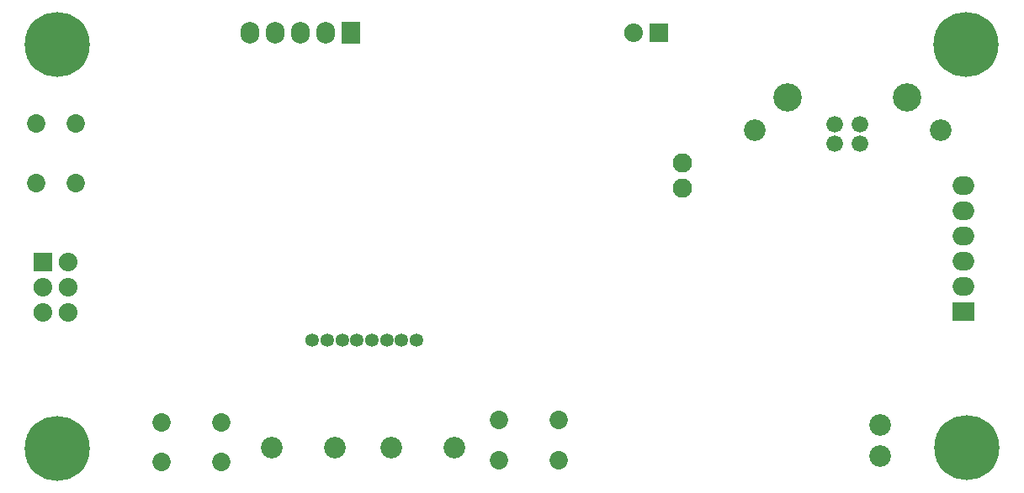
<source format=gbr>
G04 #@! TF.FileFunction,Soldermask,Top*
%FSLAX46Y46*%
G04 Gerber Fmt 4.6, Leading zero omitted, Abs format (unit mm)*
G04 Created by KiCad (PCBNEW 4.0.3-stable) date 09/02/16 18:28:01*
%MOMM*%
%LPD*%
G01*
G04 APERTURE LIST*
%ADD10C,0.100000*%
%ADD11C,2.184400*%
%ADD12C,1.852400*%
%ADD13C,1.952400*%
%ADD14C,1.352400*%
%ADD15R,1.879600X1.879600*%
%ADD16O,1.879600X1.879600*%
%ADD17C,6.552400*%
%ADD18C,0.752400*%
%ADD19R,1.879600X2.184400*%
%ADD20O,1.879600X2.184400*%
%ADD21R,2.184400X1.879600*%
%ADD22O,2.184400X1.879600*%
%ADD23C,1.676400*%
%ADD24C,2.852420*%
G04 APERTURE END LIST*
D10*
D11*
X189484000Y-81534000D03*
X189484000Y-84709000D03*
X195580000Y-51816000D03*
X176911000Y-51816000D03*
X128270000Y-83870800D03*
X140335000Y-83820000D03*
X146685000Y-83820000D03*
X134620000Y-83820000D03*
D12*
X123190000Y-85280000D03*
X117190000Y-85280000D03*
X123190000Y-81280000D03*
X117190000Y-81280000D03*
X157130000Y-85090000D03*
X151130000Y-85090000D03*
X157130000Y-81090000D03*
X151130000Y-81090000D03*
X108585000Y-51150000D03*
X108585000Y-57150000D03*
X104585000Y-51150000D03*
X104585000Y-57150000D03*
D13*
X169575000Y-55185000D03*
X169575000Y-57685000D03*
D14*
X142875000Y-73025000D03*
X132375000Y-73025000D03*
X141375000Y-73025000D03*
X139875000Y-73025000D03*
X138375000Y-73025000D03*
X136875000Y-73025000D03*
X135375000Y-73025000D03*
X133875000Y-73025000D03*
D15*
X105283000Y-65151000D03*
D16*
X107823000Y-65151000D03*
X105283000Y-67691000D03*
X107823000Y-67691000D03*
X105283000Y-70231000D03*
X107823000Y-70231000D03*
D17*
X106680000Y-43180000D03*
D18*
X109080000Y-43180000D03*
X108377056Y-44877056D03*
X106680000Y-45580000D03*
X104982944Y-44877056D03*
X104280000Y-43180000D03*
X104982944Y-41482944D03*
X106680000Y-40780000D03*
X108377056Y-41482944D03*
D17*
X106680000Y-83960000D03*
D18*
X109080000Y-83960000D03*
X108377056Y-85657056D03*
X106680000Y-86360000D03*
X104982944Y-85657056D03*
X104280000Y-83960000D03*
X104982944Y-82262944D03*
X106680000Y-81560000D03*
X108377056Y-82262944D03*
D17*
X198260000Y-83820000D03*
D18*
X200660000Y-83820000D03*
X199957056Y-85517056D03*
X198260000Y-86220000D03*
X196562944Y-85517056D03*
X195860000Y-83820000D03*
X196562944Y-82122944D03*
X198260000Y-81420000D03*
X199957056Y-82122944D03*
D17*
X198120000Y-43180000D03*
D18*
X200520000Y-43180000D03*
X199817056Y-44877056D03*
X198120000Y-45580000D03*
X196422944Y-44877056D03*
X195720000Y-43180000D03*
X196422944Y-41482944D03*
X198120000Y-40780000D03*
X199817056Y-41482944D03*
D19*
X136271000Y-42037000D03*
D20*
X133731000Y-42037000D03*
X131191000Y-42037000D03*
X128651000Y-42037000D03*
X126111000Y-42037000D03*
D15*
X167259000Y-42037000D03*
D16*
X164719000Y-42037000D03*
D21*
X197866000Y-70167500D03*
D22*
X197866000Y-67627500D03*
X197866000Y-65087500D03*
X197866000Y-62547500D03*
X197866000Y-60007500D03*
X197866000Y-57467500D03*
D23*
X187482480Y-53213000D03*
X184942480Y-53213000D03*
X184942480Y-51214020D03*
X187482480Y-51214020D03*
D24*
X192211960Y-48514000D03*
X180213000Y-48514000D03*
M02*

</source>
